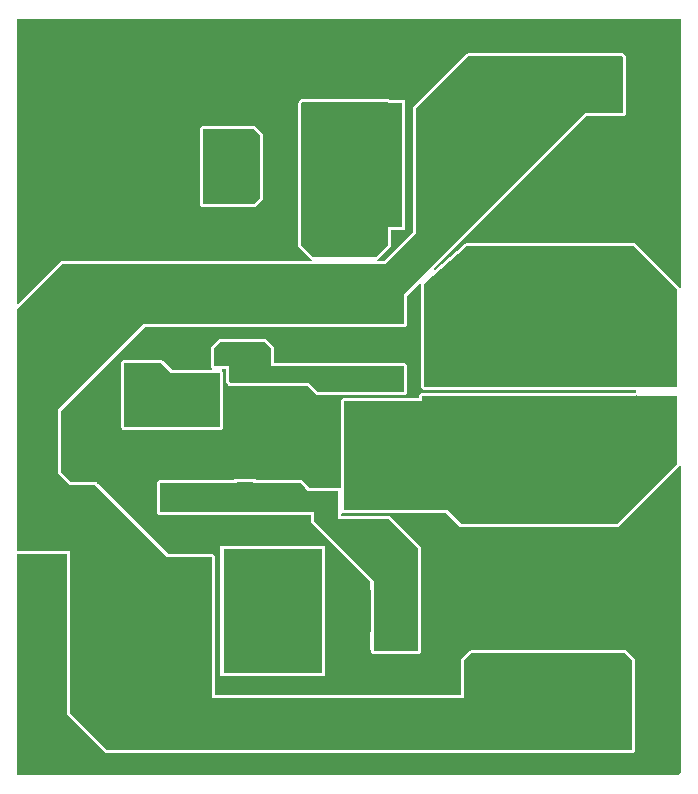
<source format=gtl>
G04*
G04 #@! TF.GenerationSoftware,Altium Limited,Altium Designer,23.0.1 (38)*
G04*
G04 Layer_Physical_Order=1*
G04 Layer_Color=255*
%FSLAX44Y44*%
%MOMM*%
G71*
G04*
G04 #@! TF.SameCoordinates,A3EDC093-15D2-44AE-8FD2-E7B7E0E1842E*
G04*
G04*
G04 #@! TF.FilePolarity,Positive*
G04*
G01*
G75*
%ADD17R,3.5040X1.0160*%
%ADD18R,8.3800X10.4900*%
%ADD19R,12.5000X3.1500*%
%ADD20R,3.3082X1.3549*%
%ADD21R,1.3500X1.0000*%
%ADD22R,0.8500X0.8500*%
%ADD25C,3.4342*%
%ADD26R,1.3720X0.7100*%
%ADD33C,1.2500*%
%ADD34C,1.9500*%
%ADD35R,1.9500X1.9500*%
%ADD36C,1.2700*%
%ADD37C,0.6000*%
G36*
X1521750Y728980D02*
X1511590Y718820D01*
X1457960D01*
X1447800Y728980D01*
Y848360D01*
X1449070Y849630D01*
X1521750D01*
Y728980D01*
D02*
G37*
G36*
X1770000Y692605D02*
X1768730Y692219D01*
X1768401Y692711D01*
X1731571Y729541D01*
X1730731Y730103D01*
X1729740Y730300D01*
X1588770D01*
X1588367Y730219D01*
X1587958Y730169D01*
X1587874Y730122D01*
X1587779Y730103D01*
X1587437Y729874D01*
X1587079Y729671D01*
X1561059Y707240D01*
X1560194Y708171D01*
X1690173Y838150D01*
X1720850D01*
X1721841Y838347D01*
X1722681Y838909D01*
X1723243Y839749D01*
X1723440Y840740D01*
Y887730D01*
X1723243Y888721D01*
X1722681Y889561D01*
X1721411Y890831D01*
X1720571Y891393D01*
X1719580Y891590D01*
X1590040D01*
X1589049Y891393D01*
X1588209Y890831D01*
X1543759Y846381D01*
X1543197Y845541D01*
X1543000Y844550D01*
Y739663D01*
X1518397Y715060D01*
X1512215D01*
X1512090Y716330D01*
X1512581Y716427D01*
X1513421Y716989D01*
X1523581Y727149D01*
X1524143Y727989D01*
X1524340Y728980D01*
Y741300D01*
X1536320D01*
Y851280D01*
X1523702D01*
X1523581Y851461D01*
X1522741Y852023D01*
X1521750Y852220D01*
X1449070D01*
X1448079Y852023D01*
X1447239Y851461D01*
X1445969Y850191D01*
X1445407Y849351D01*
X1445210Y848360D01*
Y728980D01*
X1445407Y727989D01*
X1445969Y727149D01*
X1456129Y716989D01*
X1456969Y716427D01*
X1457460Y716330D01*
X1457335Y715060D01*
X1245870D01*
X1244879Y714863D01*
X1244039Y714301D01*
X1208673Y678936D01*
X1207500Y679422D01*
Y920000D01*
X1770000D01*
Y692605D01*
D02*
G37*
G36*
X1766570Y690880D02*
Y608330D01*
X1553210D01*
X1551940Y609600D01*
X1551940Y695960D01*
X1588770Y727710D01*
X1729740D01*
X1766570Y690880D01*
D02*
G37*
G36*
X1733550Y600710D02*
X1766570D01*
Y543560D01*
X1715770Y492760D01*
X1583690D01*
X1572260Y504190D01*
X1484630D01*
Y596900D01*
X1550670D01*
Y600710D01*
X1731010D01*
X1732280Y601980D01*
X1733550Y600710D01*
D02*
G37*
G36*
X1451610Y523240D02*
X1454150Y520700D01*
X1479550D01*
Y496570D01*
X1522730D01*
X1546860Y472440D01*
Y384810D01*
X1510030D01*
Y444500D01*
X1459230Y495300D01*
Y502920D01*
X1328420D01*
Y527050D01*
X1447800D01*
X1451610Y523240D01*
D02*
G37*
G36*
X1720850Y887730D02*
Y840740D01*
X1689100D01*
X1535430Y687070D01*
Y661670D01*
X1314450D01*
X1242060Y589280D01*
X1242060Y535940D01*
X1252220Y525780D01*
X1273810D01*
X1334770Y464820D01*
X1372870D01*
Y345440D01*
X1586230D01*
Y377190D01*
X1592580Y383540D01*
X1722120D01*
X1728470Y377190D01*
Y300990D01*
X1283970D01*
X1252220Y332740D01*
Y469900D01*
X1207250D01*
Y673850D01*
X1245870Y712470D01*
X1519470D01*
X1545590Y738590D01*
Y844550D01*
X1590040Y889000D01*
X1719580D01*
X1720850Y887730D01*
D02*
G37*
G36*
X1548220Y696092D02*
X1549350Y695532D01*
X1549350Y609600D01*
X1549547Y608609D01*
X1550109Y607769D01*
X1551379Y606499D01*
X1552219Y605937D01*
X1553210Y605740D01*
X1731655D01*
X1731780Y604470D01*
X1731289Y604373D01*
X1730449Y603811D01*
X1729937Y603300D01*
X1550670D01*
X1549679Y603103D01*
X1548839Y602541D01*
X1548277Y601701D01*
X1548080Y600710D01*
Y599490D01*
X1484630D01*
X1483639Y599293D01*
X1482799Y598731D01*
X1482237Y597891D01*
X1482040Y596900D01*
Y523618D01*
X1480770Y522939D01*
X1480541Y523093D01*
X1479550Y523290D01*
X1455223D01*
X1449631Y528881D01*
X1448791Y529443D01*
X1447800Y529640D01*
X1410100D01*
Y530670D01*
X1391520D01*
Y529640D01*
X1328420D01*
X1327429Y529443D01*
X1326589Y528881D01*
X1326027Y528041D01*
X1325830Y527050D01*
Y502920D01*
X1326027Y501929D01*
X1326589Y501089D01*
X1327429Y500527D01*
X1328420Y500330D01*
X1456640D01*
Y495300D01*
X1456837Y494309D01*
X1457399Y493469D01*
X1506480Y444388D01*
Y436880D01*
X1507440D01*
Y401320D01*
X1506480D01*
Y386080D01*
X1507440D01*
Y384810D01*
X1507637Y383819D01*
X1508199Y382979D01*
X1509039Y382417D01*
X1510030Y382220D01*
X1546860D01*
X1547851Y382417D01*
X1548691Y382979D01*
X1549253Y383819D01*
X1549450Y384810D01*
Y448310D01*
Y472440D01*
X1549253Y473431D01*
X1548691Y474271D01*
X1524561Y498401D01*
X1523721Y498963D01*
X1522730Y499160D01*
X1482140D01*
Y501272D01*
X1483410Y501950D01*
X1483639Y501797D01*
X1484630Y501600D01*
X1571187D01*
X1581859Y490929D01*
X1582699Y490367D01*
X1583690Y490170D01*
X1715770D01*
X1716761Y490367D01*
X1717601Y490929D01*
X1768401Y541729D01*
X1768730Y542221D01*
X1770000Y541836D01*
Y282500D01*
X1767500Y280000D01*
X1207500D01*
Y467310D01*
X1249630D01*
Y332740D01*
X1249827Y331749D01*
X1250389Y330909D01*
X1282139Y299159D01*
X1282979Y298597D01*
X1283970Y298400D01*
X1728470D01*
X1729461Y298597D01*
X1730301Y299159D01*
X1730863Y299999D01*
X1731060Y300990D01*
Y377190D01*
X1730863Y378181D01*
X1730301Y379021D01*
X1723951Y385371D01*
X1723111Y385933D01*
X1722120Y386130D01*
X1592580D01*
X1591589Y385933D01*
X1590749Y385371D01*
X1584399Y379021D01*
X1583837Y378181D01*
X1583640Y377190D01*
Y348030D01*
X1375460D01*
Y464820D01*
X1375263Y465811D01*
X1374701Y466651D01*
X1373861Y467213D01*
X1372870Y467410D01*
X1335843D01*
X1275641Y527611D01*
X1275589Y527646D01*
X1275552Y527696D01*
X1275171Y527925D01*
X1274801Y528173D01*
X1274740Y528185D01*
X1274686Y528217D01*
X1274246Y528283D01*
X1273810Y528370D01*
X1253293D01*
X1244650Y537013D01*
X1244650Y588207D01*
X1315523Y659080D01*
X1535430D01*
X1536421Y659277D01*
X1537261Y659839D01*
X1537823Y660679D01*
X1538020Y661670D01*
Y685997D01*
X1548125Y696103D01*
X1548220Y696092D01*
D02*
G37*
%LPC*%
G36*
X1408430Y829360D02*
X1365250D01*
X1364259Y829163D01*
X1363419Y828601D01*
X1362857Y827761D01*
X1362660Y826770D01*
Y763270D01*
X1362857Y762279D01*
X1363419Y761439D01*
X1364259Y760877D01*
X1365250Y760680D01*
X1408430D01*
X1409421Y760877D01*
X1410261Y761439D01*
X1415341Y766519D01*
X1415903Y767359D01*
X1416100Y768350D01*
Y821690D01*
X1415903Y822681D01*
X1415341Y823521D01*
X1410261Y828601D01*
X1409440Y829150D01*
Y829310D01*
X1408680D01*
X1408430Y829360D01*
D02*
G37*
%LPD*%
G36*
X1413510Y821690D02*
Y768350D01*
X1408430Y763270D01*
X1365250D01*
Y826770D01*
X1408430D01*
X1413510Y821690D01*
D02*
G37*
%LPC*%
G36*
X1417320Y649020D02*
X1379220D01*
X1378229Y648823D01*
X1377389Y648261D01*
X1372309Y643181D01*
X1371747Y642341D01*
X1371550Y641350D01*
Y626110D01*
X1371747Y625119D01*
X1372309Y624279D01*
X1372734Y623995D01*
X1372348Y622725D01*
X1339278D01*
X1331521Y630481D01*
X1330681Y631043D01*
X1329690Y631240D01*
X1326731D01*
X1326170Y631390D01*
X1323830D01*
X1323269Y631240D01*
X1306731D01*
X1306170Y631390D01*
X1303830D01*
X1303269Y631240D01*
X1297940D01*
X1296949Y631043D01*
X1296109Y630481D01*
X1295547Y629641D01*
X1295350Y628650D01*
Y575310D01*
X1295547Y574319D01*
X1296109Y573479D01*
X1296484Y573104D01*
X1297324Y572542D01*
X1298315Y572345D01*
X1379595D01*
X1380586Y572542D01*
X1381426Y573104D01*
X1381988Y573944D01*
X1382185Y574935D01*
Y620135D01*
X1381988Y621126D01*
X1381426Y621966D01*
X1381001Y622250D01*
X1381387Y623520D01*
X1384250D01*
Y613410D01*
X1384447Y612419D01*
X1385009Y611579D01*
X1386279Y610309D01*
X1387119Y609747D01*
X1388110Y609550D01*
X1453517D01*
X1460539Y602529D01*
X1461379Y601967D01*
X1462370Y601770D01*
X1463174Y601930D01*
X1535430D01*
X1536421Y602127D01*
X1537261Y602689D01*
X1537823Y603529D01*
X1538020Y604520D01*
Y626110D01*
X1537823Y627101D01*
X1537261Y627941D01*
X1536421Y628503D01*
X1535430Y628700D01*
X1424990D01*
Y641350D01*
X1424793Y642341D01*
X1424231Y643181D01*
X1419151Y648261D01*
X1418311Y648823D01*
X1417320Y649020D01*
D02*
G37*
G36*
X1468480Y474090D02*
X1379600D01*
Y364110D01*
X1468480D01*
Y474090D01*
D02*
G37*
%LPD*%
G36*
X1422400Y641350D02*
Y626110D01*
X1535430D01*
Y604520D01*
X1462530D01*
X1462370Y604360D01*
X1454590Y612140D01*
X1388110D01*
X1386840Y613410D01*
Y626110D01*
X1374140D01*
Y641350D01*
X1379220Y646430D01*
X1417320D01*
X1422400Y641350D01*
D02*
G37*
G36*
X1338205Y620135D02*
X1379595D01*
Y574935D01*
X1298315D01*
X1297940Y575310D01*
Y628650D01*
X1329690D01*
X1338205Y620135D01*
D02*
G37*
D17*
X1389380Y821690D02*
D03*
Y770890D02*
D03*
X1526540Y393700D02*
D03*
Y444500D02*
D03*
D18*
X1491880Y796290D02*
D03*
X1424040Y419100D02*
D03*
D19*
X1653540Y707390D02*
D03*
Y860890D02*
D03*
X1654810Y512360D02*
D03*
Y358860D02*
D03*
D20*
X1511300Y614633D02*
D03*
Y673147D02*
D03*
X1351280Y514397D02*
D03*
Y455883D02*
D03*
D21*
X1468120Y594360D02*
D03*
Y612360D02*
D03*
X1400810Y541130D02*
D03*
Y523130D02*
D03*
D22*
X1437640Y519190D02*
D03*
Y552690D02*
D03*
Y621270D02*
D03*
Y587770D02*
D03*
D25*
X1507945Y531495D02*
D03*
X1360170Y600710D02*
D03*
D26*
X1470660Y515620D02*
D03*
Y528320D02*
D03*
Y541020D02*
D03*
Y553720D02*
D03*
X1397455Y616585D02*
D03*
Y603885D02*
D03*
Y591185D02*
D03*
Y578485D02*
D03*
D33*
X1651000Y626980D02*
D03*
Y576980D02*
D03*
X1576070Y626980D02*
D03*
Y576980D02*
D03*
D34*
X1739900Y620470D02*
D03*
X1264460Y513360D02*
D03*
D35*
X1739900Y585470D02*
D03*
X1264460Y548360D02*
D03*
D36*
X1242500Y855000D02*
D03*
X1262500D02*
D03*
X1282500D02*
D03*
Y880000D02*
D03*
X1262500D02*
D03*
X1242500D02*
D03*
X1685000Y677500D02*
D03*
X1667500D02*
D03*
X1650000D02*
D03*
X1435000Y407500D02*
D03*
X1412500Y427500D02*
D03*
X1435000D02*
D03*
Y447500D02*
D03*
X1413000Y447250D02*
D03*
X1412750Y408000D02*
D03*
X1325000Y582500D02*
D03*
X1398270Y805180D02*
D03*
Y787400D02*
D03*
X1379220D02*
D03*
X1383030Y637540D02*
D03*
X1403350D02*
D03*
X1508760Y571500D02*
D03*
X1525270D02*
D03*
Y588010D02*
D03*
X1508760D02*
D03*
X1492250D02*
D03*
X1325000Y602500D02*
D03*
X1305000D02*
D03*
Y622500D02*
D03*
Y582500D02*
D03*
X1325000Y622500D02*
D03*
X1460000Y727500D02*
D03*
X1615000Y677500D02*
D03*
X1632500D02*
D03*
X1379220Y805180D02*
D03*
X1485000Y727500D02*
D03*
X1510000D02*
D03*
X1492250Y571500D02*
D03*
X1597500Y677500D02*
D03*
D37*
X1455000Y572500D02*
D03*
X1442500D02*
D03*
X1417500D02*
D03*
X1430000D02*
D03*
M02*

</source>
